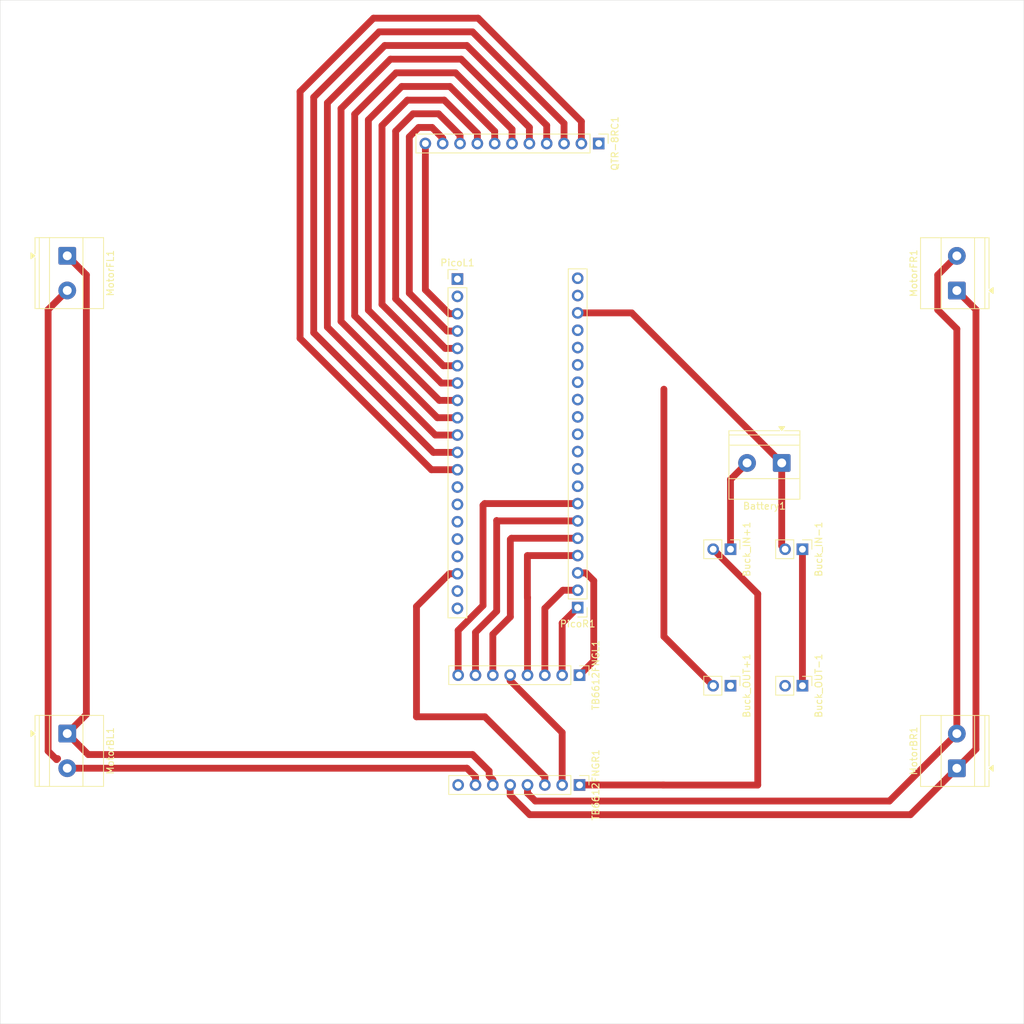
<source format=kicad_pcb>
(kicad_pcb (version 20241229) (generator "pcbnew") (generator_version "9.0")
  (layers (0 "F.Cu" signal) (2 "B.Cu" signal) (13 "F.Paste" user) (15 "B.Paste" user) (5 "F.SilkS" user "F.Silkscreen") (7 "B.SilkS" user "B.Silkscreen") (1 "F.Mask" user) (3 "B.Mask" user) (25 "Edge.Cuts" user))
  (net 0 "")
  (net 1 "VCC")
  (net 2 "GND")
  (net 3 "Net-(MotorBL1-Pin_1)")
  (net 4 "Net-(MotorBR1-Pin_2)")
  (net 5 "Net-(MotorBR1-Pin_1)")
  (net 6 "/BuckOut")
  (net 11 "Net-(PicoL1-Pin_12)")
  (net 12 "Net-(PicoL1-Pin_10)")
  (net 14 "Net-(PicoL1-Pin_4)")
  (net 15 "Net-(PicoL1-Pin_7)")
  (net 16 "Net-(PicoL1-Pin_8)")
  (net 18 "Net-(PicoL1-Pin_6)")
  (net 19 "Net-(PicoL1-Pin_9)")
  (net 22 "Net-(PicoL1-Pin_11)")
  (net 24 "Net-(PicoL1-Pin_5)")
  (net 27 "Net-(PicoR1-Pin_6)")
  (net 28 "Net-(PicoR1-Pin_4)")
  (net 29 "Net-(PicoR1-Pin_5)")
  (net 32 "Net-(PicoR1-Pin_2)")
  (net 37 "/3V3_OUT")
  (net 39 "Net-(PicoR1-Pin_1)")
  (net 40 "Net-(PicoR1-Pin_7)")
  (net 42 "Net-(MotorBL1-Pin_2)")
  (net 43 "Net-(PicoL1-Pin_18)")
  (net 46 "Net-(PicoR1-Pin_3)")
  (footprint "Connector_PinHeader_2.54mm:PinHeader_1x02_P2.54mm_Vertical" (layer "F.Cu") (at 172.55 123.45 -90)
    (property "Reference" "Buck_OUT-1" (at 0 -2.38 90) (layer "F.SilkS"))
    (property "Value" "Conn_01x02")
    (fp_line (start -1.38 3.92) (end 1.38 3.92) (stroke (width 0.12)) (layer "F.SilkS"))
    (fp_line (start -1.38 1.27) (end -1.38 3.92) (stroke (width 0.12)) (layer "F.SilkS"))
    (fp_line (start -1.38 1.27) (end 1.38 1.27) (stroke (width 0.12)) (layer "F.SilkS"))
    (fp_line (start 1.38 1.27) (end 1.38 3.92) (stroke (width 0.12)) (layer "F.SilkS"))
    (fp_line (start -1.38 0) (end -1.38 -1.38) (stroke (width 0.12)) (layer "F.SilkS"))
    (fp_line (start -1.38 -1.38) (end 0 -1.38) (stroke (width 0.12)) (layer "F.SilkS"))
    (pad "1" thru_hole rect (at 0 0 270) (size 1.7 1.7) (drill 1) (layers "*.Cu" "*.Mask") (net 2 "GND"))
    (pad "2" thru_hole circle (at 0 2.54 270) (size 1.7 1.7) (drill 1) (layers "*.Cu" "*.Mask") (net 2 "GND"))
  )
  (footprint "TerminalBlock_Phoenix:TerminalBlock_Phoenix_MKDS-1,5-2-5.08_1x02_P5.08mm_Horizontal" (layer "F.Cu") (at 195.1725 65.545 90)
    (property "Reference" "MotorFR1" (at 2.54 -6.32 90) (layer "F.SilkS"))
    (property "Value" "Conn_01x02")
    (fp_line (start 7.74 -5.32) (end 7.74 4.72) (stroke (width 0.12)) (layer "F.SilkS"))
    (fp_line (start -2.66 -5.32) (end 7.74 -5.32) (stroke (width 0.12)) (layer "F.SilkS"))
    (fp_line (start -2.66 -2.3) (end 7.74 -2.3) (stroke (width 0.12)) (layer "F.SilkS"))
    (fp_line (start -2.66 2.6) (end 7.74 2.6) (stroke (width 0.12)) (layer "F.SilkS"))
    (fp_line (start -2.66 4.1) (end 7.74 4.1) (stroke (width 0.12)) (layer "F.SilkS"))
    (fp_line (start 7.74 4.72) (end 0.3 4.72) (stroke (width 0.12)) (layer "F.SilkS"))
    (fp_line (start -0.3 4.72) (end -2.66 4.72) (stroke (width 0.12)) (layer "F.SilkS"))
    (fp_line (start -2.66 4.72) (end -2.66 -5.32) (stroke (width 0.12)) (layer "F.SilkS"))
    (fp_poly (pts (xy 0 4.72) (xy 0.44 5.33) (xy -0.44 5.33)) (stroke (width 0.12)) (fill yes) (layer "F.SilkS"))
    (pad "1" thru_hole roundrect (at 0 0 90) (size 2.6 2.6) (drill 1.3) (layers "*.Cu" "*.Mask") (roundrect_rratio 0.096154) (net 5 "Net-(MotorBR1-Pin_1)"))
    (pad "2" thru_hole circle (at 5.08 0 90) (size 2.6 2.6) (drill 1.3) (layers "*.Cu" "*.Mask") (net 4 "Net-(MotorBR1-Pin_2)"))
  )
  (footprint "Connector_PinHeader_2.54mm:PinHeader_1x02_P2.54mm_Vertical" (layer "F.Cu") (at 172.55 103.45 -90)
    (property "Reference" "Buck_IN-1" (at 0 -2.38 90) (layer "F.SilkS"))
    (property "Value" "Conn_01x02")
    (fp_line (start -1.38 3.92) (end 1.38 3.92) (stroke (width 0.12)) (layer "F.SilkS"))
    (fp_line (start -1.38 1.27) (end -1.38 3.92) (stroke (width 0.12)) (layer "F.SilkS"))
    (fp_line (start -1.38 1.27) (end 1.38 1.27) (stroke (width 0.12)) (layer "F.SilkS"))
    (fp_line (start 1.38 1.27) (end 1.38 3.92) (stroke (width 0.12)) (layer "F.SilkS"))
    (fp_line (start -1.38 0) (end -1.38 -1.38) (stroke (width 0.12)) (layer "F.SilkS"))
    (fp_line (start -1.38 -1.38) (end 0 -1.38) (stroke (width 0.12)) (layer "F.SilkS"))
    (pad "1" thru_hole rect (at 0 0 270) (size 1.7 1.7) (drill 1) (layers "*.Cu" "*.Mask") (net 2 "GND"))
    (pad "2" thru_hole circle (at 0 2.54 270) (size 1.7 1.7) (drill 1) (layers "*.Cu" "*.Mask") (net 2 "GND"))
  )
  (footprint "Connector_PinHeader_2.54mm:PinHeader_1x08_P2.54mm_Vertical" (layer "F.Cu") (at 139.886381 137.992762 -90)
    (property "Reference" "TB6612FNGR1" (at 0 -2.38 90) (layer "F.SilkS"))
    (property "Value" "Conn_01x08")
    (fp_line (start -1.38 19.16) (end 1.38 19.16) (stroke (width 0.12)) (layer "F.SilkS"))
    (fp_line (start -1.38 1.27) (end -1.38 19.16) (stroke (width 0.12)) (layer "F.SilkS"))
    (fp_line (start -1.38 1.27) (end 1.38 1.27) (stroke (width 0.12)) (layer "F.SilkS"))
    (fp_line (start 1.38 1.27) (end 1.38 19.16) (stroke (width 0.12)) (layer "F.SilkS"))
    (fp_line (start -1.38 0) (end -1.38 -1.38) (stroke (width 0.12)) (layer "F.SilkS"))
    (fp_line (start -1.38 -1.38) (end 0 -1.38) (stroke (width 0.12)) (layer "F.SilkS"))
    (pad "1" thru_hole rect (at 0 0 270) (size 1.7 1.7) (drill 1) (layers "*.Cu" "*.Mask") (net 1 "VCC"))
    (pad "2" thru_hole circle (at 0 2.54 270) (size 1.7 1.7) (drill 1) (layers "*.Cu" "*.Mask") (net 37 "/3V3_OUT"))
    (pad "3" thru_hole circle (at 0 5.08 270) (size 1.7 1.7) (drill 1) (layers "*.Cu" "*.Mask") (net 43 "Net-(PicoL1-Pin_18)"))
    (pad "4" thru_hole circle (at 0 7.62 270) (size 1.7 1.7) (drill 1) (layers "*.Cu" "*.Mask") (net 4 "Net-(MotorBR1-Pin_2)"))
    (pad "5" thru_hole circle (at 0 10.16 270) (size 1.7 1.7) (drill 1) (layers "*.Cu" "*.Mask") (net 5 "Net-(MotorBR1-Pin_1)"))
    (pad "6" thru_hole circle (at 0 12.7 270) (size 1.7 1.7) (drill 1) (layers "*.Cu" "*.Mask") (net 3 "Net-(MotorBL1-Pin_1)"))
    (pad "7" thru_hole circle (at 0 15.24 270) (size 1.7 1.7) (drill 1) (layers "*.Cu" "*.Mask") (net 42 "Net-(MotorBL1-Pin_2)"))
    (pad "8" thru_hole circle (at 0 17.78 270) (size 1.7 1.7) (drill 1) (layers "*.Cu" "*.Mask"))
  )
  (footprint "Connector_PinHeader_2.54mm:PinHeader_1x02_P2.54mm_Vertical" (layer "F.Cu") (at 162.01 123.45 -90)
    (property "Reference" "Buck_OUT+1" (at 0 -2.38 90) (layer "F.SilkS"))
    (property "Value" "Conn_01x02")
    (fp_line (start -1.38 3.92) (end 1.38 3.92) (stroke (width 0.12)) (layer "F.SilkS"))
    (fp_line (start -1.38 1.27) (end -1.38 3.92) (stroke (width 0.12)) (layer "F.SilkS"))
    (fp_line (start -1.38 1.27) (end 1.38 1.27) (stroke (width 0.12)) (layer "F.SilkS"))
    (fp_line (start 1.38 1.27) (end 1.38 3.92) (stroke (width 0.12)) (layer "F.SilkS"))
    (fp_line (start -1.38 0) (end -1.38 -1.38) (stroke (width 0.12)) (layer "F.SilkS"))
    (fp_line (start -1.38 -1.38) (end 0 -1.38) (stroke (width 0.12)) (layer "F.SilkS"))
    (pad "1" thru_hole rect (at 0 0 270) (size 1.7 1.7) (drill 1) (layers "*.Cu" "*.Mask") (net 6 "/BuckOut"))
    (pad "2" thru_hole circle (at 0 2.54 270) (size 1.7 1.7) (drill 1) (layers "*.Cu" "*.Mask") (net 6 "/BuckOut"))
  )
  (footprint "Connector_PinHeader_2.54mm:PinHeader_1x20_P2.54mm_Vertical" (layer "F.Cu") (at 139.62 112.000293 180)
    (property "Reference" "PicoR1" (at 0 -2.38 0) (layer "F.SilkS"))
    (property "Value" "Conn_01x20")
    (fp_line (start 1.38 1.27) (end 1.38 49.64) (stroke (width 0.12)) (layer "F.SilkS"))
    (fp_line (start -1.38 49.64) (end 1.38 49.64) (stroke (width 0.12)) (layer "F.SilkS"))
    (fp_line (start -1.38 1.27) (end 1.38 1.27) (stroke (width 0.12)) (layer "F.SilkS"))
    (fp_line (start -1.38 1.27) (end -1.38 49.64) (stroke (width 0.12)) (layer "F.SilkS"))
    (fp_line (start -1.38 0) (end -1.38 -1.38) (stroke (width 0.12)) (layer "F.SilkS"))
    (fp_line (start -1.38 -1.38) (end 0 -1.38) (stroke (width 0.12)) (layer "F.SilkS"))
    (pad "1" thru_hole rect (at 0 0 180) (size 1.7 1.7) (drill 1) (layers "*.Cu" "*.Mask") (net 39 "Net-(PicoR1-Pin_1)"))
    (pad "2" thru_hole circle (at 0 2.54 180) (size 1.7 1.7) (drill 1) (layers "*.Cu" "*.Mask") (net 32 "Net-(PicoR1-Pin_2)"))
    (pad "3" thru_hole circle (at 0 5.08 180) (size 1.7 1.7) (drill 1) (layers "*.Cu" "*.Mask") (net 46 "Net-(PicoR1-Pin_3)"))
    (pad "4" thru_hole circle (at 0 7.62 180) (size 1.7 1.7) (drill 1) (layers "*.Cu" "*.Mask") (net 28 "Net-(PicoR1-Pin_4)"))
    (pad "5" thru_hole circle (at 0 10.16 180) (size 1.7 1.7) (drill 1) (layers "*.Cu" "*.Mask") (net 29 "Net-(PicoR1-Pin_5)"))
    (pad "6" thru_hole circle (at 0 12.7 180) (size 1.7 1.7) (drill 1) (layers "*.Cu" "*.Mask") (net 27 "Net-(PicoR1-Pin_6)"))
    (pad "7" thru_hole circle (at 0 15.24 180) (size 1.7 1.7) (drill 1) (layers "*.Cu" "*.Mask") (net 40 "Net-(PicoR1-Pin_7)"))
    (pad "8" thru_hole circle (at 0 17.78 180) (size 1.7 1.7) (drill 1) (layers "*.Cu" "*.Mask"))
    (pad "9" thru_hole circle (at 0 20.32 180) (size 1.7 1.7) (drill 1) (layers "*.Cu" "*.Mask"))
    (pad "10" thru_hole circle (at 0 22.86 180) (size 1.7 1.7) (drill 1) (layers "*.Cu" "*.Mask"))
    (pad "11" thru_hole circle (at 0 25.4 180) (size 1.7 1.7) (drill 1) (layers "*.Cu" "*.Mask"))
    (pad "12" thru_hole circle (at 0 27.94 180) (size 1.7 1.7) (drill 1) (layers "*.Cu" "*.Mask"))
    (pad "13" thru_hole circle (at 0 30.48 180) (size 1.7 1.7) (drill 1) (layers "*.Cu" "*.Mask"))
    (pad "14" thru_hole circle (at 0 33.02 180) (size 1.7 1.7) (drill 1) (layers "*.Cu" "*.Mask"))
    (pad "15" thru_hole circle (at 0 35.56 180) (size 1.7 1.7) (drill 1) (layers "*.Cu" "*.Mask"))
    (pad "16" thru_hole circle (at 0 38.1 180) (size 1.7 1.7) (drill 1) (layers "*.Cu" "*.Mask") (net 37 "/3V3_OUT"))
    (pad "17" thru_hole circle (at 0 40.64 180) (size 1.7 1.7) (drill 1) (layers "*.Cu" "*.Mask"))
    (pad "18" thru_hole circle (at 0 43.18 180) (size 1.7 1.7) (drill 1) (layers "*.Cu" "*.Mask") (net 2 "GND"))
    (pad "19" thru_hole circle (at 0 45.72 180) (size 1.7 1.7) (drill 1) (layers "*.Cu" "*.Mask") (net 6 "/BuckOut"))
    (pad "20" thru_hole circle (at 0 48.26 180) (size 1.7 1.7) (drill 1) (layers "*.Cu" "*.Mask"))
  )
  (footprint "TerminalBlock_Phoenix:TerminalBlock_Phoenix_MKDS-1,5-2-5.08_1x02_P5.08mm_Horizontal" (layer "F.Cu") (at 195.1725 135.545 90)
    (property "Reference" "MotorBR1" (at 2.54 -6.32 90) (layer "F.SilkS"))
    (property "Value" "Conn_01x02")
    (fp_line (start 7.74 -5.32) (end 7.74 4.72) (stroke (width 0.12)) (layer "F.SilkS"))
    (fp_line (start -2.66 -5.32) (end 7.74 -5.32) (stroke (width 0.12)) (layer "F.SilkS"))
    (fp_line (start -2.66 -2.3) (end 7.74 -2.3) (stroke (width 0.12)) (layer "F.SilkS"))
    (fp_line (start -2.66 2.6) (end 7.74 2.6) (stroke (width 0.12)) (layer "F.SilkS"))
    (fp_line (start -2.66 4.1) (end 7.74 4.1) (stroke (width 0.12)) (layer "F.SilkS"))
    (fp_line (start 7.74 4.72) (end 0.3 4.72) (stroke (width 0.12)) (layer "F.SilkS"))
    (fp_line (start -0.3 4.72) (end -2.66 4.72) (stroke (width 0.12)) (layer "F.SilkS"))
    (fp_line (start -2.66 4.72) (end -2.66 -5.32) (stroke (width 0.12)) (layer "F.SilkS"))
    (fp_poly (pts (xy 0 4.72) (xy 0.44 5.33) (xy -0.44 5.33)) (stroke (width 0.12)) (fill yes) (layer "F.SilkS"))
    (pad "1" thru_hole roundrect (at 0 0 90) (size 2.6 2.6) (drill 1.3) (layers "*.Cu" "*.Mask") (roundrect_rratio 0.096154) (net 5 "Net-(MotorBR1-Pin_1)"))
    (pad "2" thru_hole circle (at 5.08 0 90) (size 2.6 2.6) (drill 1.3) (layers "*.Cu" "*.Mask") (net 4 "Net-(MotorBR1-Pin_2)"))
  )
  (footprint "Connector_PinHeader_2.54mm:PinHeader_1x08_P2.54mm_Vertical" (layer "F.Cu") (at 139.886381 121.904762 -90)
    (property "Reference" "TB6612FNGL1" (at 0 -2.38 90) (layer "F.SilkS"))
    (property "Value" "Conn_01x08")
    (fp_line (start -1.38 19.16) (end 1.38 19.16) (stroke (width 0.12)) (layer "F.SilkS"))
    (fp_line (start -1.38 1.27) (end -1.38 19.16) (stroke (width 0.12)) (layer "F.SilkS"))
    (fp_line (start -1.38 1.27) (end 1.38 1.27) (stroke (width 0.12)) (layer "F.SilkS"))
    (fp_line (start 1.38 1.27) (end 1.38 19.16) (stroke (width 0.12)) (layer "F.SilkS"))
    (fp_line (start -1.38 0) (end -1.38 -1.38) (stroke (width 0.12)) (layer "F.SilkS"))
    (fp_line (start -1.38 -1.38) (end 0 -1.38) (stroke (width 0.12)) (layer "F.SilkS"))
    (pad "1" thru_hole rect (at 0 0 270) (size 1.7 1.7) (drill 1) (layers "*.Cu" "*.Mask") (net 46 "Net-(PicoR1-Pin_3)"))
    (pad "2" thru_hole circle (at 0 2.54 270) (size 1.7 1.7) (drill 1) (layers "*.Cu" "*.Mask") (net 39 "Net-(PicoR1-Pin_1)"))
    (pad "3" thru_hole circle (at 0 5.08 270) (size 1.7 1.7) (drill 1) (layers "*.Cu" "*.Mask") (net 32 "Net-(PicoR1-Pin_2)"))
    (pad "4" thru_hole circle (at 0 7.62 270) (size 1.7 1.7) (drill 1) (layers "*.Cu" "*.Mask") (net 28 "Net-(PicoR1-Pin_4)"))
    (pad "5" thru_hole circle (at 0 10.16 270) (size 1.7 1.7) (drill 1) (layers "*.Cu" "*.Mask") (net 37 "/3V3_OUT"))
    (pad "6" thru_hole circle (at 0 12.7 270) (size 1.7 1.7) (drill 1) (layers "*.Cu" "*.Mask") (net 29 "Net-(PicoR1-Pin_5)"))
    (pad "7" thru_hole circle (at 0 15.24 270) (size 1.7 1.7) (drill 1) (layers "*.Cu" "*.Mask") (net 27 "Net-(PicoR1-Pin_6)"))
    (pad "8" thru_hole circle (at 0 17.78 270) (size 1.7 1.7) (drill 1) (layers "*.Cu" "*.Mask") (net 40 "Net-(PicoR1-Pin_7)"))
  )
  (footprint "TerminalBlock_Phoenix:TerminalBlock_Phoenix_MKDS-1,5-2-5.08_1x02_P5.08mm_Horizontal" (layer "F.Cu") (at 64.8275 60.455 -90)
    (property "Reference" "MotorFL1" (at 2.54 -6.32 90) (layer "F.SilkS"))
    (property "Value" "Conn_01x02")
    (fp_line (start -2.66 4.72) (end -2.66 -5.32) (stroke (width 0.12)) (layer "F.SilkS"))
    (fp_line (start -0.3 4.72) (end -2.66 4.72) (stroke (width 0.12)) (layer "F.SilkS"))
    (fp_line (start 7.74 4.72) (end 0.3 4.72) (stroke (width 0.12)) (layer "F.SilkS"))
    (fp_line (start -2.66 4.1) (end 7.74 4.1) (stroke (width 0.12)) (layer "F.SilkS"))
    (fp_line (start -2.66 2.6) (end 7.74 2.6) (stroke (width 0.12)) (layer "F.SilkS"))
    (fp_line (start -2.66 -2.3) (end 7.74 -2.3) (stroke (width 0.12)) (layer "F.SilkS"))
    (fp_line (start -2.66 -5.32) (end 7.74 -5.32) (stroke (width 0.12)) (layer "F.SilkS"))
    (fp_line (start 7.74 -5.32) (end 7.74 4.72) (stroke (width 0.12)) (layer "F.SilkS"))
    (fp_poly (pts (xy 0 4.72) (xy 0.44 5.33) (xy -0.44 5.33)) (stroke (width 0.12)) (fill yes) (layer "F.SilkS"))
    (pad "1" thru_hole roundrect (at 0 0 270) (size 2.6 2.6) (drill 1.3) (layers "*.Cu" "*.Mask") (roundrect_rratio 0.096154) (net 3 "Net-(MotorBL1-Pin_1)"))
    (pad "2" thru_hole circle (at 5.08 0 270) (size 2.6 2.6) (drill 1.3) (layers "*.Cu" "*.Mask") (net 42 "Net-(MotorBL1-Pin_2)"))
  )
  (footprint "Connector_PinHeader_2.54mm:PinHeader_1x11_P2.54mm_Vertical" (layer "F.Cu") (at 142.7 44 -90)
    (property "Reference" "QTR-8RC1" (at 0 -2.38 90) (layer "F.SilkS"))
    (property "Value" "Conn_01x11")
    (fp_line (start -1.38 26.78) (end 1.38 26.78) (stroke (width 0.12)) (layer "F.SilkS"))
    (fp_line (start -1.38 1.27) (end -1.38 26.78) (stroke (width 0.12)) (layer "F.SilkS"))
    (fp_line (start -1.38 1.27) (end 1.38 1.27) (stroke (width 0.12)) (layer "F.SilkS"))
    (fp_line (start 1.38 1.27) (end 1.38 26.78) (stroke (width 0.12)) (layer "F.SilkS"))
    (fp_line (start -1.38 0) (end -1.38 -1.38) (stroke (width 0.12)) (layer "F.SilkS"))
    (fp_line (start -1.38 -1.38) (end 0 -1.38) (stroke (width 0.12)) (layer "F.SilkS"))
    (pad "1" thru_hole rect (at 0 0 270) (size 1.7 1.7) (drill 1) (layers "*.Cu" "*.Mask") (net 37 "/3V3_OUT"))
    (pad "2" thru_hole circle (at 0 2.54 270) (size 1.7 1.7) (drill 1) (layers "*.Cu" "*.Mask") (net 11 "Net-(PicoL1-Pin_12)"))
    (pad "3" thru_hole circle (at 0 5.08 270) (size 1.7 1.7) (drill 1) (layers "*.Cu" "*.Mask") (net 22 "Net-(PicoL1-Pin_11)"))
    (pad "4" thru_hole circle (at 0 7.62 270) (size 1.7 1.7) (drill 1) (layers "*.Cu" "*.Mask") (net 12 "Net-(PicoL1-Pin_10)"))
    (pad "5" thru_hole circle (at 0 10.16 270) (size 1.7 1.7) (drill 1) (layers "*.Cu" "*.Mask") (net 19 "Net-(PicoL1-Pin_9)"))
    (pad "6" thru_hole circle (at 0 12.7 270) (size 1.7 1.7) (drill 1) (layers "*.Cu" "*.Mask") (net 16 "Net-(PicoL1-Pin_8)"))
    (pad "7" thru_hole circle (at 0 15.24 270) (size 1.7 1.7) (drill 1) (layers "*.Cu" "*.Mask") (net 15 "Net-(PicoL1-Pin_7)"))
    (pad "8" thru_hole circle (at 0 17.78 270) (size 1.7 1.7) (drill 1) (layers "*.Cu" "*.Mask") (net 18 "Net-(PicoL1-Pin_6)"))
    (pad "9" thru_hole circle (at 0 20.32 270) (size 1.7 1.7) (drill 1) (layers "*.Cu" "*.Mask") (net 24 "Net-(PicoL1-Pin_5)"))
    (pad "10" thru_hole circle (at 0 22.86 270) (size 1.7 1.7) (drill 1) (layers "*.Cu" "*.Mask") (net 14 "Net-(PicoL1-Pin_4)"))
    (pad "11" thru_hole circle (at 0 25.4 270) (size 1.7 1.7) (drill 1) (layers "*.Cu" "*.Mask") (net 2 "GND"))
  )
  (footprint "TerminalBlock_Phoenix:TerminalBlock_Phoenix_MKDS-1,5-2-5.08_1x02_P5.08mm_Horizontal" (layer "F.Cu") (at 64.8275 130.455 -90)
    (property "Reference" "MotorBL1" (at 2.54 -6.32 90) (layer "F.SilkS"))
    (property "Value" "Conn_01x02")
    (fp_line (start -2.66 4.72) (end -2.66 -5.32) (stroke (width 0.12)) (layer "F.SilkS"))
    (fp_line (start -0.3 4.72) (end -2.66 4.72) (stroke (width 0.12)) (layer "F.SilkS"))
    (fp_line (start 7.74 4.72) (end 0.3 4.72) (stroke (width 0.12)) (layer "F.SilkS"))
    (fp_line (start -2.66 4.1) (end 7.74 4.1) (stroke (width 0.12)) (layer "F.SilkS"))
    (fp_line (start -2.66 2.6) (end 7.74 2.6) (stroke (width 0.12)) (layer "F.SilkS"))
    (fp_line (start -2.66 -2.3) (end 7.74 -2.3) (stroke (width 0.12)) (layer "F.SilkS"))
    (fp_line (start -2.66 -5.32) (end 7.74 -5.32) (stroke (width 0.12)) (layer "F.SilkS"))
    (fp_line (start 7.74 -5.32) (end 7.74 4.72) (stroke (width 0.12)) (layer "F.SilkS"))
    (fp_poly (pts (xy 0 4.72) (xy 0.44 5.33) (xy -0.44 5.33)) (stroke (width 0.12)) (fill yes) (layer "F.SilkS"))
    (pad "1" thru_hole roundrect (at 0 0 270) (size 2.6 2.6) (drill 1.3) (layers "*.Cu" "*.Mask") (roundrect_rratio 0.096154) (net 3 "Net-(MotorBL1-Pin_1)"))
    (pad "2" thru_hole circle (at 5.08 0 270) (size 2.6 2.6) (drill 1.3) (layers "*.Cu" "*.Mask") (net 42 "Net-(MotorBL1-Pin_2)"))
  )
  (footprint "Connector_PinHeader_2.54mm:PinHeader_1x02_P2.54mm_Vertical" (layer "F.Cu") (at 162.01 103.45 -90)
    (property "Reference" "Buck_IN+1" (at 0 -2.38 90) (layer "F.SilkS"))
    (property "Value" "Conn_01x02")
    (fp_line (start -1.38 3.92) (end 1.38 3.92) (stroke (width 0.12)) (layer "F.SilkS"))
    (fp_line (start -1.38 1.27) (end -1.38 3.92) (stroke (width 0.12)) (layer "F.SilkS"))
    (fp_line (start -1.38 1.27) (end 1.38 1.27) (stroke (width 0.12)) (layer "F.SilkS"))
    (fp_line (start 1.38 1.27) (end 1.38 3.92) (stroke (width 0.12)) (layer "F.SilkS"))
    (fp_line (start -1.38 0) (end -1.38 -1.38) (stroke (width 0.12)) (layer "F.SilkS"))
    (fp_line (start -1.38 -1.38) (end 0 -1.38) (stroke (width 0.12)) (layer "F.SilkS"))
    (pad "1" thru_hole rect (at 0 0 270) (size 1.7 1.7) (drill 1) (layers "*.Cu" "*.Mask") (net 1 "VCC"))
    (pad "2" thru_hole circle (at 0 2.54 270) (size 1.7 1.7) (drill 1) (layers "*.Cu" "*.Mask") (net 1 "VCC"))
  )
  (footprint "TerminalBlock_Phoenix:TerminalBlock_Phoenix_MKDS-1,5-2-5.08_1x02_P5.08mm_Horizontal" (layer "F.Cu") (at 169.515144 90.80605 180)
    (property "Reference" "Battery1" (at 2.54 -6.32 0) (layer "F.SilkS"))
    (property "Value" "Conn_01x02")
    (fp_line (start 7.74 4.72) (end 0.3 4.72) (stroke (width 0.12)) (layer "F.SilkS"))
    (fp_line (start 7.74 -5.32) (end 7.74 4.72) (stroke (width 0.12)) (layer "F.SilkS"))
    (fp_line (start -0.3 4.72) (end -2.66 4.72) (stroke (width 0.12)) (layer "F.SilkS"))
    (fp_line (start -2.66 4.72) (end -2.66 -5.32) (stroke (width 0.12)) (layer "F.SilkS"))
    (fp_line (start -2.66 4.1) (end 7.74 4.1) (stroke (width 0.12)) (layer "F.SilkS"))
    (fp_line (start -2.66 2.6) (end 7.74 2.6) (stroke (width 0.12)) (layer "F.SilkS"))
    (fp_line (start -2.66 -2.3) (end 7.74 -2.3) (stroke (width 0.12)) (layer "F.SilkS"))
    (fp_line (start -2.66 -5.32) (end 7.74 -5.32) (stroke (width 0.12)) (layer "F.SilkS"))
    (fp_poly (pts (xy 0 4.72) (xy 0.44 5.33) (xy -0.44 5.33)) (stroke (width 0.12)) (fill yes) (layer "F.SilkS"))
    (pad "1" thru_hole roundrect (at 0 0 180) (size 2.6 2.6) (drill 1.3) (layers "*.Cu" "*.Mask") (roundrect_rratio 0.096154) (net 2 "GND"))
    (pad "2" thru_hole circle (at 5.08 0 180) (size 2.6 2.6) (drill 1.3) (layers "*.Cu" "*.Mask") (net 1 "VCC"))
  )
  (footprint "Connector_PinHeader_2.54mm:PinHeader_1x20_P2.54mm_Vertical" (layer "F.Cu") (at 122 63.860293)
    (property "Reference" "PicoL1" (at 0 -2.38 0) (layer "F.SilkS"))
    (property "Value" "Conn_01x20" (hide yes))
    (fp_line (start -1.38 -1.38) (end 0 -1.38) (stroke (width 0.12)) (layer "F.SilkS"))
    (fp_line (start -1.38 0) (end -1.38 -1.38) (stroke (width 0.12)) (layer "F.SilkS"))
    (fp_line (start -1.38 1.27) (end -1.38 49.64) (stroke (width 0.12)) (layer "F.SilkS"))
    (fp_line (start -1.38 1.27) (end 1.38 1.27) (stroke (width 0.12)) (layer "F.SilkS"))
    (fp_line (start -1.38 49.64) (end 1.38 49.64) (stroke (width 0.12)) (layer "F.SilkS"))
    (fp_line (start 1.38 1.27) (end 1.38 49.64) (stroke (width 0.12)) (layer "F.SilkS"))
    (pad "1" thru_hole rect (at 0 0) (size 1.7 1.7) (drill 1) (layers "*.Cu" "*.Mask"))
    (pad "2" thru_hole circle (at 0 2.54) (size 1.7 1.7) (drill 1) (layers "*.Cu" "*.Mask"))
    (pad "3" thru_hole circle (at 0 5.08) (size 1.7 1.7) (drill 1) (layers "*.Cu" "*.Mask"))
    (pad "4" thru_hole circle (at 0 7.62) (size 1.7 1.7) (drill 1) (layers "*.Cu" "*.Mask") (net 14 "Net-(PicoL1-Pin_4)"))
    (pad "5" thru_hole circle (at 0 10.16) (size 1.7 1.7) (drill 1) (layers "*.Cu" "*.Mask") (net 24 "Net-(PicoL1-Pin_5)"))
    (pad "6" thru_hole circle (at 0 12.7) (size 1.7 1.7) (drill 1) (layers "*.Cu" "*.Mask") (net 18 "Net-(PicoL1-Pin_6)"))
    (pad "7" thru_hole circle (at 0 15.24) (size 1.7 1.7) (drill 1) (layers "*.Cu" "*.Mask") (net 15 "Net-(PicoL1-Pin_7)"))
    (pad "8" thru_hole circle (at 0 17.78) (size 1.7 1.7) (drill 1) (layers "*.Cu" "*.Mask") (net 16 "Net-(PicoL1-Pin_8)"))
    (pad "9" thru_hole circle (at 0 20.32) (size 1.7 1.7) (drill 1) (layers "*.Cu" "*.Mask") (net 19 "Net-(PicoL1-Pin_9)"))
    (pad "10" thru_hole circle (at 0 22.86) (size 1.7 1.7) (drill 1) (layers "*.Cu" "*.Mask") (net 12 "Net-(PicoL1-Pin_10)"))
    (pad "11" thru_hole circle (at 0 25.4) (size 1.7 1.7) (drill 1) (layers "*.Cu" "*.Mask") (net 22 "Net-(PicoL1-Pin_11)"))
    (pad "12" thru_hole circle (at 0 27.94) (size 1.7 1.7) (drill 1) (layers "*.Cu" "*.Mask") (net 11 "Net-(PicoL1-Pin_12)"))
    (pad "13" thru_hole circle (at 0 30.48) (size 1.7 1.7) (drill 1) (layers "*.Cu" "*.Mask"))
    (pad "14" thru_hole circle (at 0 33.02) (size 1.7 1.7) (drill 1) (layers "*.Cu" "*.Mask"))
    (pad "15" thru_hole circle (at 0 35.56) (size 1.7 1.7) (drill 1) (layers "*.Cu" "*.Mask"))
    (pad "16" thru_hole circle (at 0 38.1) (size 1.7 1.7) (drill 1) (layers "*.Cu" "*.Mask"))
    (pad "17" thru_hole circle (at 0 40.64) (size 1.7 1.7) (drill 1) (layers "*.Cu" "*.Mask"))
    (pad "18" thru_hole circle (at 0 43.18) (size 1.7 1.7) (drill 1) (layers "*.Cu" "*.Mask") (net 43 "Net-(PicoL1-Pin_18)"))
    (pad "19" thru_hole circle (at 0 45.72) (size 1.7 1.7) (drill 1) (layers "*.Cu" "*.Mask"))
    (pad "20" thru_hole circle (at 0 48.26) (size 1.7 1.7) (drill 1) (layers "*.Cu" "*.Mask"))
  )
  (gr_rect (start 55 23) (end 205 173) (stroke (width 0.05)) (fill no) (layer "Edge.Cuts"))
  (segment (start 166 138) (end 152.176476 138) (width 1) (layer "F.Cu") (net 1))
  (segment (start 162.01 93.231194) (end 162.01 103.45) (width 1) (layer "F.Cu") (net 1))
  (segment (start 166 109.98) (end 166 138) (width 1) (layer "F.Cu") (net 1))
  (segment (start 164.435144 90.80605) (end 162.01 93.231194) (width 1) (layer "F.Cu") (net 1))
  (segment (start 159.47 103.45) (end 166 109.98) (width 1) (layer "F.Cu") (net 1))
  (segment (start 152.169238 137.992762) (end 139.886381 137.992762) (width 1) (layer "F.Cu") (net 1))
  (segment (start 152.176476 138) (end 152.169238 137.992762) (width 1) (layer "F.Cu") (net 1))
  (segment (start 172.55 103.45) (end 172.55 123.45) (width 1) (layer "F.Cu") (net 2))
  (segment (start 169.515144 102.955144) (end 170.01 103.45) (width 1) (layer "F.Cu") (net 2))
  (segment (start 147.529387 68.820293) (end 139.62 68.820293) (width 1) (layer "F.Cu") (net 2))
  (segment (start 169.515144 90.80605) (end 169.515144 102.955144) (width 1) (layer "F.Cu") (net 2))
  (segment (start 117.3 44) (end 117.3 65.442374) (width 1) (layer "F.Cu") (net 2))
  (segment (start 120.797919 68.940293) (end 122 68.940293) (width 1) (layer "F.Cu") (net 2))
  (segment (start 169.515144 90.80605) (end 147.529387 68.820293) (width 1) (layer "F.Cu") (net 2))
  (segment (start 117.3 65.442374) (end 120.797919 68.940293) (width 1) (layer "F.Cu") (net 2))
  (segment (start 64.8275 60.455) (end 67.6285 63.256) (width 1) (layer "F.Cu") (net 3))
  (segment (start 124.219542 133.534) (end 126.647381 135.96184) (width 1) (layer "F.Cu") (net 3))
  (segment (start 67.6285 127.654) (end 64.8275 130.455) (width 1) (layer "F.Cu") (net 3))
  (segment (start 67.6285 63.256) (end 67.6285 127.654) (width 1) (layer "F.Cu") (net 3))
  (segment (start 67.9065 133.534) (end 124.219542 133.534) (width 1) (layer "F.Cu") (net 3))
  (segment (start 64.8275 130.455) (end 67.9065 133.534) (width 1) (layer "F.Cu") (net 3))
  (segment (start 127.186381 137.207945) (end 127.186381 137.992762) (width 1) (layer "F.Cu") (net 3))
  (segment (start 126.647381 135.96184) (end 126.647381 136.668945) (width 1) (layer "F.Cu") (net 3))
  (segment (start 126.647381 136.668945) (end 127.186381 137.207945) (width 1) (layer "F.Cu") (net 3))
  (segment (start 133.4153 140.343762) (end 132.266381 139.194843) (width 1) (layer "F.Cu") (net 4))
  (segment (start 195.1725 130.465) (end 195.1725 71.1725) (width 1) (layer "F.Cu") (net 4))
  (segment (start 195.1725 71.1725) (end 192.3715 68.3715) (width 1) (layer "F.Cu") (net 4))
  (segment (start 185.293738 140.343762) (end 133.4153 140.343762) (width 1) (layer "F.Cu") (net 4))
  (segment (start 132.266381 139.194843) (end 132.266381 137.992762) (width 1) (layer "F.Cu") (net 4))
  (segment (start 192.3715 63.266) (end 195.1725 60.465) (width 1) (layer "F.Cu") (net 4))
  (segment (start 195.1725 130.465) (end 185.293738 140.343762) (width 1) (layer "F.Cu") (net 4))
  (segment (start 192.3715 68.3715) (end 192.3715 63.266) (width 1) (layer "F.Cu") (net 4))
  (segment (start 195.1725 135.545) (end 188.372738 142.344762) (width 1) (layer "F.Cu") (net 5))
  (segment (start 197.9735 132.744) (end 197.9735 68.346) (width 1) (layer "F.Cu") (net 5))
  (segment (start 129.726381 139.484685) (end 129.726381 137.992762) (width 1) (layer "F.Cu") (net 5))
  (segment (start 188.372738 142.344762) (end 132.586458 142.344762) (width 1) (layer "F.Cu") (net 5))
  (segment (start 195.1725 135.545) (end 197.9735 132.744) (width 1) (layer "F.Cu") (net 5))
  (segment (start 132.586458 142.344762) (end 129.726381 139.484685) (width 1) (layer "F.Cu") (net 5))
  (segment (start 197.9735 68.346) (end 195.1725 65.545) (width 1) (layer "F.Cu") (net 5))
  (segment (start 159.47 123.45) (end 152.25 116.23) (width 1) (layer "F.Cu") (net 6))
  (segment (start 152.25 116.23) (end 152.25 80) (width 1) (layer "F.Cu") (net 6))
  (segment (start 98.941 36.395455) (end 98.941 72.551952) (width 1) (layer "F.Cu") (net 11))
  (segment (start 118.189341 91.800293) (end 122 91.800293) (width 1) (layer "F.Cu") (net 11))
  (segment (start 98.941 72.551952) (end 118.189341 91.800293) (width 1) (layer "F.Cu") (net 11))
  (segment (start 109.695447 25.641005) (end 98.941 36.395455) (width 1) (layer "F.Cu") (net 11))
  (segment (start 140.16 40.769031) (end 125.031969 25.641) (width 1) (layer "F.Cu") (net 11))
  (segment (start 140.16 44) (end 140.16 40.769031) (width 1) (layer "F.Cu") (net 11))
  (segment (start 125.031969 25.641) (end 109.695447 25.641005) (width 1) (layer "F.Cu") (net 11))
  (segment (start 102.943 38.053137) (end 102.943 70.894268) (width 1) (layer "F.Cu") (net 12))
  (segment (start 111.353131 29.643004) (end 102.943 38.053137) (width 1) (layer "F.Cu") (net 12))
  (segment (start 123.374287 29.643) (end 111.353131 29.643004) (width 1) (layer "F.Cu") (net 12))
  (segment (start 135.08 44) (end 135.08 41.348713) (width 1) (layer "F.Cu") (net 12))
  (segment (start 102.943 70.894268) (end 118.769025 86.720293) (width 1) (layer "F.Cu") (net 12))
  (segment (start 118.769025 86.720293) (end 122 86.720293) (width 1) (layer "F.Cu") (net 12))
  (segment (start 135.08 41.348713) (end 123.374287 29.643) (width 1) (layer "F.Cu") (net 12))
  (segment (start 120.508077 71.480293) (end 122 71.480293) (width 1) (layer "F.Cu") (net 14))
  (segment (start 118.273817 41.649) (end 116.326183 41.649) (width 1) (layer "F.Cu") (net 14))
  (segment (start 119.84 44) (end 119.84 43.215183) (width 1) (layer "F.Cu") (net 14))
  (segment (start 114.949 43.026183) (end 114.949 65.921216) (width 1) (layer "F.Cu") (net 14))
  (segment (start 114.949 65.921216) (end 120.508077 71.480293) (width 1) (layer "F.Cu") (net 14))
  (segment (start 116.326183 41.649) (end 114.949 43.026183) (width 1) (layer "F.Cu") (net 14))
  (segment (start 119.84 43.215183) (end 118.273817 41.649) (width 1) (layer "F.Cu") (net 14))
  (segment (start 108.946 40.53966) (end 108.946 68.407742) (width 1) (layer "F.Cu") (net 15))
  (segment (start 120.887763 35.646) (end 113.839657 35.646002) (width 1) (layer "F.Cu") (net 15))
  (segment (start 113.839657 35.646002) (end 108.946 40.53966) (width 1) (layer "F.Cu") (net 15))
  (segment (start 127.46 44) (end 127.46 42.218237) (width 1) (layer "F.Cu") (net 15))
  (segment (start 127.46 42.218237) (end 120.887763 35.646) (width 1) (layer "F.Cu") (net 15))
  (segment (start 119.638551 79.100293) (end 122 79.100293) (width 1) (layer "F.Cu") (net 15))
  (segment (start 108.946 68.407742) (end 119.638551 79.100293) (width 1) (layer "F.Cu") (net 15))
  (segment (start 106.945 69.236584) (end 119.348709 81.640293) (width 1) (layer "F.Cu") (net 16))
  (segment (start 130 41.928396) (end 121.716605 33.645) (width 1) (layer "F.Cu") (net 16))
  (segment (start 106.945 39.710819) (end 106.945 69.236584) (width 1) (layer "F.Cu") (net 16))
  (segment (start 121.716605 33.645) (end 113.010815 33.645002) (width 1) (layer "F.Cu") (net 16))
  (segment (start 119.348709 81.640293) (end 122 81.640293) (width 1) (layer "F.Cu") (net 16))
  (segment (start 113.010815 33.645002) (end 106.945 39.710819) (width 1) (layer "F.Cu") (net 16))
  (segment (start 130 44) (end 130 41.928396) (width 1) (layer "F.Cu") (net 16))
  (segment (start 119.928393 76.560293) (end 122 76.560293) (width 1) (layer "F.Cu") (net 18))
  (segment (start 110.947 41.368501) (end 110.947 67.5789) (width 1) (layer "F.Cu") (net 18))
  (segment (start 114.668499 37.647001) (end 110.947 41.368501) (width 1) (layer "F.Cu") (net 18))
  (segment (start 124.92 44) (end 124.92 42.508078) (width 1) (layer "F.Cu") (net 18))
  (segment (start 110.947 67.5789) (end 119.928393 76.560293) (width 1) (layer "F.Cu") (net 18))
  (segment (start 124.92 42.508078) (end 120.058922 37.647) (width 1) (layer "F.Cu") (net 18))
  (segment (start 120.058922 37.647) (end 114.668499 37.647001) (width 1) (layer "F.Cu") (net 18))
  (segment (start 122.545446 31.644) (end 112.181973 31.644003) (width 1) (layer "F.Cu") (net 19))
  (segment (start 132.54 41.638554) (end 122.545446 31.644) (width 1) (layer "F.Cu") (net 19))
  (segment (start 112.181973 31.644003) (end 104.944 38.881978) (width 1) (layer "F.Cu") (net 19))
  (segment (start 104.944 38.881978) (end 104.944 70.065426) (width 1) (layer "F.Cu") (net 19))
  (segment (start 119.058867 84.180293) (end 122 84.180293) (width 1) (layer "F.Cu") (net 19))
  (segment (start 132.54 44) (end 132.54 41.638554) (width 1) (layer "F.Cu") (net 19))
  (segment (start 104.944 70.065426) (end 119.058867 84.180293) (width 1) (layer "F.Cu") (net 19))
  (segment (start 110.524289 27.642004) (end 100.942 37.224296) (width 1) (layer "F.Cu") (net 22))
  (segment (start 118.479183 89.260293) (end 122 89.260293) (width 1) (layer "F.Cu") (net 22))
  (segment (start 100.942 37.224296) (end 100.942 71.72311) (width 1) (layer "F.Cu") (net 22))
  (segment (start 124.203128 27.642) (end 110.524289 27.642004) (width 1) (layer "F.Cu") (net 22))
  (segment (start 137.62 41.058872) (end 124.203128 27.642) (width 1) (layer "F.Cu") (net 22))
  (segment (start 137.62 44) (end 137.62 41.058872) (width 1) (layer "F.Cu") (net 22))
  (segment (start 100.942 71.72311) (end 118.479183 89.260293) (width 1) (layer "F.Cu") (net 22))
  (segment (start 112.948 66.750058) (end 120.218235 74.020293) (width 1) (layer "F.Cu") (net 24))
  (segment (start 120.218235 74.020293) (end 122 74.020293) (width 1) (layer "F.Cu") (net 24))
  (segment (start 115.497341 39.648) (end 112.948 42.197342) (width 1) (layer "F.Cu") (net 24))
  (segment (start 122.38 44) (end 122.38 42.797919) (width 1) (layer "F.Cu") (net 24))
  (segment (start 122.38 42.797919) (end 119.230081 39.648) (width 1) (layer "F.Cu") (net 24))
  (segment (start 119.230081 39.648) (end 115.497341 39.648) (width 1) (layer "F.Cu") (net 24))
  (segment (start 112.948 42.197342) (end 112.948 66.750058) (width 1) (layer "F.Cu") (net 24))
  (segment (start 127.75 99.25) (end 127.800293 99.300293) (width 1) (layer "F.Cu") (net 27))
  (segment (start 127.800293 99.300293) (end 139.62 99.300293) (width 1) (layer "F.Cu") (net 27))
  (segment (start 124.646381 115.628571) (end 127.75 112.524952) (width 1) (layer "F.Cu") (net 27))
  (segment (start 124.646381 121.904762) (end 124.646381 115.628571) (width 1) (layer "F.Cu") (net 27))
  (segment (start 127.75 112.524952) (end 127.75 99.25) (width 1) (layer "F.Cu") (net 27))
  (segment (start 132.25 104.380293) (end 132.25 110.51545) (width 1) (layer "F.Cu") (net 28))
  (segment (start 139.62 104.380293) (end 132.25 104.380293) (width 1) (layer "F.Cu") (net 28))
  (segment (start 132.25 110.51545) (end 132.266381 110.531831) (width 1) (layer "F.Cu") (net 28))
  (segment (start 132.266381 110.531831) (end 132.266381 121.904762) (width 1) (layer "F.Cu") (net 28))
  (segment (start 127.186381 115.918413) (end 127.186381 121.904762) (width 1) (layer "F.Cu") (net 29))
  (segment (start 139.62 101.840293) (end 129.910707 101.840293) (width 1) (layer "F.Cu") (net 29))
  (segment (start 129.751 113.353794) (end 127.186381 115.918413) (width 1) (layer "F.Cu") (net 29))
  (segment (start 129.751 102) (end 129.751 113.353794) (width 1) (layer "F.Cu") (net 29))
  (segment (start 129.910707 101.840293) (end 129.751 102) (width 1) (layer "F.Cu") (net 29))
  (segment (start 137.458 109.460293) (end 134.806381 112.111912) (width 1) (layer "F.Cu") (net 32))
  (segment (start 134.806381 112.111912) (end 134.806381 121.904762) (width 1) (layer "F.Cu") (net 32))
  (segment (start 139.62 109.460293) (end 137.458 109.460293) (width 1) (layer "F.Cu") (net 32))
  (segment (start 137.346381 130.309579) (end 129.726381 122.689579) (width 1) (layer "F.Cu") (net 37))
  (segment (start 137.346381 137.992762) (end 137.346381 130.309579) (width 1) (layer "F.Cu") (net 37))
  (segment (start 129.726381 122.689579) (end 129.726381 121.904762) (width 1) (layer "F.Cu") (net 37))
  (segment (start 137.346381 114.273912) (end 137.346381 121.904762) (width 1) (layer "F.Cu") (net 39))
  (segment (start 139.62 112.000293) (end 137.346381 114.273912) (width 1) (layer "F.Cu") (net 39))
  (segment (start 125.75 97) (end 125.989707 96.760293) (width 1) (layer "F.Cu") (net 40))
  (segment (start 125.75 111.69511) (end 125.75 97) (width 1) (layer "F.Cu") (net 40))
  (segment (start 125.989707 96.760293) (end 139.62 96.760293) (width 1) (layer "F.Cu") (net 40))
  (segment (start 122.106381 115.338729) (end 125.75 111.69511) (width 1) (layer "F.Cu") (net 40))
  (segment (start 122.106381 121.904762) (end 122.106381 115.338729) (width 1) (layer "F.Cu") (net 40))
  (segment (start 62.0265 68.336) (end 62.0265 133.0265) (width 1) (layer "F.Cu") (net 42))
  (segment (start 64.8275 65.535) (end 62.0265 68.336) (width 1) (layer "F.Cu") (net 42))
  (segment (start 64.8275 135.535) (end 123.3907 135.535) (width 1) (layer "F.Cu") (net 42))
  (segment (start 62.0265 133.0265) (end 63.26633 134.26633) (width 1) (layer "F.Cu") (net 42))
  (segment (start 123.3907 135.535) (end 124.646381 136.790681) (width 1) (layer "F.Cu") (net 42))
  (segment (start 124.646381 136.790681) (end 124.646381 137.992762) (width 1) (layer "F.Cu") (net 42))
  (segment (start 63.26633 134.26633) (end 63.412579 134.120081) (width 1) (layer "F.Cu") (net 42))
  (segment (start 134.806381 137.992762) (end 134.806381 136.790681) (width 1) (layer "F.Cu") (net 43))
  (segment (start 116 128) (end 116 111.838212) (width 1) (layer "F.Cu") (net 43))
  (segment (start 134.806381 136.790681) (end 126.0157 128) (width 1) (layer "F.Cu") (net 43))
  (segment (start 126.0157 128) (end 116 128) (width 1) (layer "F.Cu") (net 43))
  (segment (start 116 111.838212) (end 120.797919 107.040293) (width 1) (layer "F.Cu") (net 43))
  (segment (start 120.797919 107.040293) (end 122 107.040293) (width 1) (layer "F.Cu") (net 43))
  (segment (start 141.971 108.069212) (end 140.822081 106.920293) (width 1) (layer "F.Cu") (net 46))
  (segment (start 139.886381 121.904762) (end 141.971 119.820143) (width 1) (layer "F.Cu") (net 46))
  (segment (start 141.971 119.820143) (end 141.971 108.069212) (width 1) (layer "F.Cu") (net 46))
  (segment (start 140.822081 106.920293) (end 139.62 106.920293) (width 1) (layer "F.Cu") (net 46))
)
</source>
